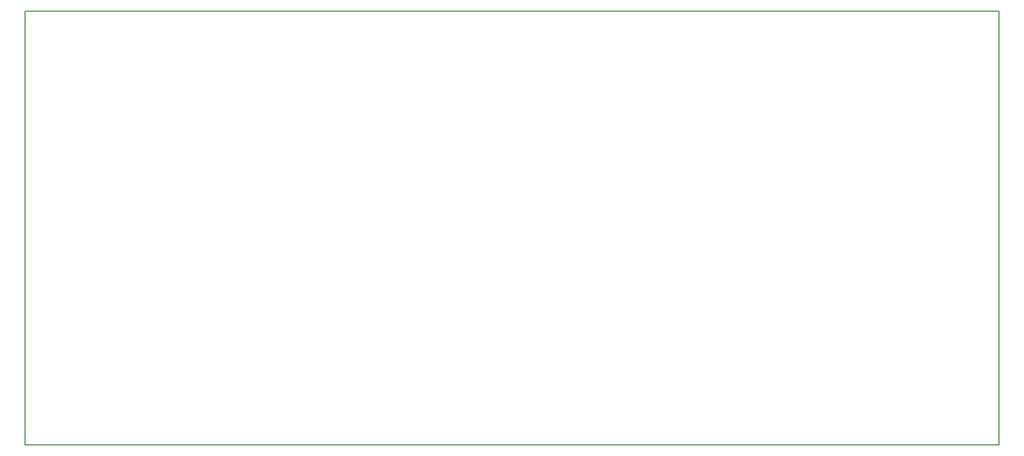
<source format=gm1>
%FSLAX25Y25*%
%MOIN*%
G70*
G01*
G75*
G04 Layer_Color=16777215*
%ADD10R,0.05512X0.04331*%
%ADD11R,0.06693X0.04331*%
%ADD12O,0.06496X0.02559*%
%ADD13R,0.08661X0.05906*%
%ADD14O,0.08268X0.01181*%
%ADD15O,0.01181X0.08268*%
%ADD16R,0.04331X0.06693*%
%ADD17R,0.08465X0.01575*%
%ADD18R,0.08465X0.01575*%
%ADD19R,0.05906X0.07480*%
%ADD20R,0.05709X0.02165*%
%ADD21R,0.05709X0.02165*%
%ADD22R,0.10039X0.07284*%
%ADD23R,0.02165X0.05709*%
%ADD24R,0.02165X0.05709*%
%ADD25C,0.03150*%
%ADD26C,0.00598*%
%ADD27C,0.01575*%
%ADD28C,0.01969*%
%ADD29R,0.11811X0.11811*%
%ADD30O,0.04724X0.09843*%
%ADD31O,0.09843X0.04724*%
%ADD32C,0.19685*%
%ADD33R,0.05906X0.05906*%
%ADD34C,0.05906*%
%ADD35C,0.03150*%
%ADD36C,0.05000*%
%ADD37C,0.03937*%
%ADD38C,0.01000*%
%ADD39C,0.00984*%
%ADD40C,0.02362*%
%ADD41C,0.00787*%
%ADD42C,0.00394*%
%ADD43R,0.06312X0.05131*%
%ADD44R,0.07493X0.05131*%
%ADD45O,0.07296X0.03359*%
%ADD46R,0.09461X0.06706*%
%ADD47O,0.09068X0.01981*%
%ADD48O,0.01981X0.09068*%
%ADD49R,0.05131X0.07493*%
%ADD50R,0.09265X0.02375*%
%ADD51R,0.09265X0.02375*%
%ADD52R,0.06706X0.08280*%
%ADD53R,0.06509X0.02965*%
%ADD54R,0.06509X0.02965*%
%ADD55R,0.10839X0.08083*%
%ADD56R,0.02965X0.06509*%
%ADD57R,0.02965X0.06509*%
%ADD58R,0.12611X0.12611*%
%ADD59O,0.05524X0.10642*%
%ADD60O,0.10642X0.05524*%
%ADD61C,0.20485*%
%ADD62R,0.06706X0.06706*%
%ADD63C,0.06706*%
%ADD64C,0.03950*%
%ADD65C,0.05800*%
%ADD66C,0.04737*%
D26*
X0Y271654D02*
X610236D01*
Y0D02*
Y271654D01*
X0Y0D02*
X610236D01*
X0D02*
Y271654D01*
M02*

</source>
